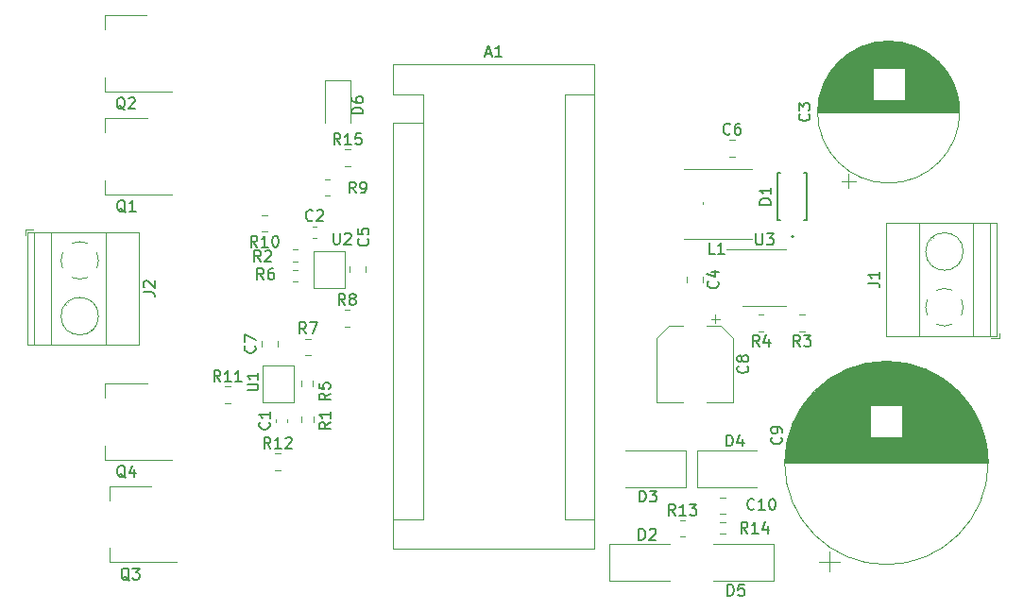
<source format=gto>
G04 #@! TF.GenerationSoftware,KiCad,Pcbnew,(6.0.1-0)*
G04 #@! TF.CreationDate,2022-07-03T22:05:18+06:00*
G04 #@! TF.ProjectId,Inverter 50W,496e7665-7274-4657-9220-3530572e6b69,rev?*
G04 #@! TF.SameCoordinates,Original*
G04 #@! TF.FileFunction,Legend,Top*
G04 #@! TF.FilePolarity,Positive*
%FSLAX46Y46*%
G04 Gerber Fmt 4.6, Leading zero omitted, Abs format (unit mm)*
G04 Created by KiCad (PCBNEW (6.0.1-0)) date 2022-07-03 22:05:18*
%MOMM*%
%LPD*%
G01*
G04 APERTURE LIST*
%ADD10C,0.150000*%
%ADD11C,0.120000*%
%ADD12C,0.127000*%
%ADD13C,0.200000*%
G04 APERTURE END LIST*
D10*
X112957142Y-110557142D02*
X112909523Y-110604761D01*
X112766666Y-110652380D01*
X112671428Y-110652380D01*
X112528571Y-110604761D01*
X112433333Y-110509523D01*
X112385714Y-110414285D01*
X112338095Y-110223809D01*
X112338095Y-110080952D01*
X112385714Y-109890476D01*
X112433333Y-109795238D01*
X112528571Y-109700000D01*
X112671428Y-109652380D01*
X112766666Y-109652380D01*
X112909523Y-109700000D01*
X112957142Y-109747619D01*
X113909523Y-110652380D02*
X113338095Y-110652380D01*
X113623809Y-110652380D02*
X113623809Y-109652380D01*
X113528571Y-109795238D01*
X113433333Y-109890476D01*
X113338095Y-109938095D01*
X114528571Y-109652380D02*
X114623809Y-109652380D01*
X114719047Y-109700000D01*
X114766666Y-109747619D01*
X114814285Y-109842857D01*
X114861904Y-110033333D01*
X114861904Y-110271428D01*
X114814285Y-110461904D01*
X114766666Y-110557142D01*
X114719047Y-110604761D01*
X114623809Y-110652380D01*
X114528571Y-110652380D01*
X114433333Y-110604761D01*
X114385714Y-110557142D01*
X114338095Y-110461904D01*
X114290476Y-110271428D01*
X114290476Y-110033333D01*
X114338095Y-109842857D01*
X114385714Y-109747619D01*
X114433333Y-109700000D01*
X114528571Y-109652380D01*
X56954761Y-116997619D02*
X56859523Y-116950000D01*
X56764285Y-116854761D01*
X56621428Y-116711904D01*
X56526190Y-116664285D01*
X56430952Y-116664285D01*
X56478571Y-116902380D02*
X56383333Y-116854761D01*
X56288095Y-116759523D01*
X56240476Y-116569047D01*
X56240476Y-116235714D01*
X56288095Y-116045238D01*
X56383333Y-115950000D01*
X56478571Y-115902380D01*
X56669047Y-115902380D01*
X56764285Y-115950000D01*
X56859523Y-116045238D01*
X56907142Y-116235714D01*
X56907142Y-116569047D01*
X56859523Y-116759523D01*
X56764285Y-116854761D01*
X56669047Y-116902380D01*
X56478571Y-116902380D01*
X57240476Y-115902380D02*
X57859523Y-115902380D01*
X57526190Y-116283333D01*
X57669047Y-116283333D01*
X57764285Y-116330952D01*
X57811904Y-116378571D01*
X57859523Y-116473809D01*
X57859523Y-116711904D01*
X57811904Y-116807142D01*
X57764285Y-116854761D01*
X57669047Y-116902380D01*
X57383333Y-116902380D01*
X57288095Y-116854761D01*
X57240476Y-116807142D01*
X113114136Y-85902380D02*
X113114136Y-86711904D01*
X113161755Y-86807142D01*
X113209374Y-86854761D01*
X113304612Y-86902380D01*
X113495088Y-86902380D01*
X113590326Y-86854761D01*
X113637945Y-86807142D01*
X113685564Y-86711904D01*
X113685564Y-85902380D01*
X114066517Y-85902380D02*
X114685564Y-85902380D01*
X114352231Y-86283333D01*
X114495088Y-86283333D01*
X114590326Y-86330952D01*
X114637945Y-86378571D01*
X114685564Y-86473809D01*
X114685564Y-86711904D01*
X114637945Y-86807142D01*
X114590326Y-86854761D01*
X114495088Y-86902380D01*
X114209374Y-86902380D01*
X114114136Y-86854761D01*
X114066517Y-86807142D01*
X68177142Y-95966666D02*
X68224761Y-96014285D01*
X68272380Y-96157142D01*
X68272380Y-96252380D01*
X68224761Y-96395238D01*
X68129523Y-96490476D01*
X68034285Y-96538095D01*
X67843809Y-96585714D01*
X67700952Y-96585714D01*
X67510476Y-96538095D01*
X67415238Y-96490476D01*
X67320000Y-96395238D01*
X67272380Y-96252380D01*
X67272380Y-96157142D01*
X67320000Y-96014285D01*
X67367619Y-95966666D01*
X67272380Y-95633333D02*
X67272380Y-94966666D01*
X68272380Y-95395238D01*
X73383333Y-84677142D02*
X73335714Y-84724761D01*
X73192857Y-84772380D01*
X73097619Y-84772380D01*
X72954761Y-84724761D01*
X72859523Y-84629523D01*
X72811904Y-84534285D01*
X72764285Y-84343809D01*
X72764285Y-84200952D01*
X72811904Y-84010476D01*
X72859523Y-83915238D01*
X72954761Y-83820000D01*
X73097619Y-83772380D01*
X73192857Y-83772380D01*
X73335714Y-83820000D01*
X73383333Y-83867619D01*
X73764285Y-83867619D02*
X73811904Y-83820000D01*
X73907142Y-83772380D01*
X74145238Y-83772380D01*
X74240476Y-83820000D01*
X74288095Y-83867619D01*
X74335714Y-83962857D01*
X74335714Y-84058095D01*
X74288095Y-84200952D01*
X73716666Y-84772380D01*
X74335714Y-84772380D01*
X74952380Y-102816666D02*
X74476190Y-103150000D01*
X74952380Y-103388095D02*
X73952380Y-103388095D01*
X73952380Y-103007142D01*
X74000000Y-102911904D01*
X74047619Y-102864285D01*
X74142857Y-102816666D01*
X74285714Y-102816666D01*
X74380952Y-102864285D01*
X74428571Y-102911904D01*
X74476190Y-103007142D01*
X74476190Y-103388095D01*
X74952380Y-101864285D02*
X74952380Y-102435714D01*
X74952380Y-102150000D02*
X73952380Y-102150000D01*
X74095238Y-102245238D01*
X74190476Y-102340476D01*
X74238095Y-102435714D01*
X77233333Y-82252380D02*
X76900000Y-81776190D01*
X76661904Y-82252380D02*
X76661904Y-81252380D01*
X77042857Y-81252380D01*
X77138095Y-81300000D01*
X77185714Y-81347619D01*
X77233333Y-81442857D01*
X77233333Y-81585714D01*
X77185714Y-81680952D01*
X77138095Y-81728571D01*
X77042857Y-81776190D01*
X76661904Y-81776190D01*
X77709523Y-82252380D02*
X77900000Y-82252380D01*
X77995238Y-82204761D01*
X78042857Y-82157142D01*
X78138095Y-82014285D01*
X78185714Y-81823809D01*
X78185714Y-81442857D01*
X78138095Y-81347619D01*
X78090476Y-81300000D01*
X77995238Y-81252380D01*
X77804761Y-81252380D01*
X77709523Y-81300000D01*
X77661904Y-81347619D01*
X77614285Y-81442857D01*
X77614285Y-81680952D01*
X77661904Y-81776190D01*
X77709523Y-81823809D01*
X77804761Y-81871428D01*
X77995238Y-81871428D01*
X78090476Y-81823809D01*
X78138095Y-81776190D01*
X78185714Y-81680952D01*
X75857142Y-77902380D02*
X75523809Y-77426190D01*
X75285714Y-77902380D02*
X75285714Y-76902380D01*
X75666666Y-76902380D01*
X75761904Y-76950000D01*
X75809523Y-76997619D01*
X75857142Y-77092857D01*
X75857142Y-77235714D01*
X75809523Y-77330952D01*
X75761904Y-77378571D01*
X75666666Y-77426190D01*
X75285714Y-77426190D01*
X76809523Y-77902380D02*
X76238095Y-77902380D01*
X76523809Y-77902380D02*
X76523809Y-76902380D01*
X76428571Y-77045238D01*
X76333333Y-77140476D01*
X76238095Y-77188095D01*
X77714285Y-76902380D02*
X77238095Y-76902380D01*
X77190476Y-77378571D01*
X77238095Y-77330952D01*
X77333333Y-77283333D01*
X77571428Y-77283333D01*
X77666666Y-77330952D01*
X77714285Y-77378571D01*
X77761904Y-77473809D01*
X77761904Y-77711904D01*
X77714285Y-77807142D01*
X77666666Y-77854761D01*
X77571428Y-77902380D01*
X77333333Y-77902380D01*
X77238095Y-77854761D01*
X77190476Y-77807142D01*
X69477142Y-102816666D02*
X69524761Y-102864285D01*
X69572380Y-103007142D01*
X69572380Y-103102380D01*
X69524761Y-103245238D01*
X69429523Y-103340476D01*
X69334285Y-103388095D01*
X69143809Y-103435714D01*
X69000952Y-103435714D01*
X68810476Y-103388095D01*
X68715238Y-103340476D01*
X68620000Y-103245238D01*
X68572380Y-103102380D01*
X68572380Y-103007142D01*
X68620000Y-102864285D01*
X68667619Y-102816666D01*
X69572380Y-101864285D02*
X69572380Y-102435714D01*
X69572380Y-102150000D02*
X68572380Y-102150000D01*
X68715238Y-102245238D01*
X68810476Y-102340476D01*
X68858095Y-102435714D01*
X123192380Y-90333333D02*
X123906666Y-90333333D01*
X124049523Y-90380952D01*
X124144761Y-90476190D01*
X124192380Y-90619047D01*
X124192380Y-90714285D01*
X124192380Y-89333333D02*
X124192380Y-89904761D01*
X124192380Y-89619047D02*
X123192380Y-89619047D01*
X123335238Y-89714285D01*
X123430476Y-89809523D01*
X123478095Y-89904761D01*
X68407142Y-87102380D02*
X68073809Y-86626190D01*
X67835714Y-87102380D02*
X67835714Y-86102380D01*
X68216666Y-86102380D01*
X68311904Y-86150000D01*
X68359523Y-86197619D01*
X68407142Y-86292857D01*
X68407142Y-86435714D01*
X68359523Y-86530952D01*
X68311904Y-86578571D01*
X68216666Y-86626190D01*
X67835714Y-86626190D01*
X69359523Y-87102380D02*
X68788095Y-87102380D01*
X69073809Y-87102380D02*
X69073809Y-86102380D01*
X68978571Y-86245238D01*
X68883333Y-86340476D01*
X68788095Y-86388095D01*
X69978571Y-86102380D02*
X70073809Y-86102380D01*
X70169047Y-86150000D01*
X70216666Y-86197619D01*
X70264285Y-86292857D01*
X70311904Y-86483333D01*
X70311904Y-86721428D01*
X70264285Y-86911904D01*
X70216666Y-87007142D01*
X70169047Y-87054761D01*
X70073809Y-87102380D01*
X69978571Y-87102380D01*
X69883333Y-87054761D01*
X69835714Y-87007142D01*
X69788095Y-86911904D01*
X69740476Y-86721428D01*
X69740476Y-86483333D01*
X69788095Y-86292857D01*
X69835714Y-86197619D01*
X69883333Y-86150000D01*
X69978571Y-86102380D01*
X112357142Y-112752380D02*
X112023809Y-112276190D01*
X111785714Y-112752380D02*
X111785714Y-111752380D01*
X112166666Y-111752380D01*
X112261904Y-111800000D01*
X112309523Y-111847619D01*
X112357142Y-111942857D01*
X112357142Y-112085714D01*
X112309523Y-112180952D01*
X112261904Y-112228571D01*
X112166666Y-112276190D01*
X111785714Y-112276190D01*
X113309523Y-112752380D02*
X112738095Y-112752380D01*
X113023809Y-112752380D02*
X113023809Y-111752380D01*
X112928571Y-111895238D01*
X112833333Y-111990476D01*
X112738095Y-112038095D01*
X114166666Y-112085714D02*
X114166666Y-112752380D01*
X113928571Y-111704761D02*
X113690476Y-112419047D01*
X114309523Y-112419047D01*
X58212380Y-91133333D02*
X58926666Y-91133333D01*
X59069523Y-91180952D01*
X59164761Y-91276190D01*
X59212380Y-91419047D01*
X59212380Y-91514285D01*
X58307619Y-90704761D02*
X58260000Y-90657142D01*
X58212380Y-90561904D01*
X58212380Y-90323809D01*
X58260000Y-90228571D01*
X58307619Y-90180952D01*
X58402857Y-90133333D01*
X58498095Y-90133333D01*
X58640952Y-90180952D01*
X59212380Y-90752380D01*
X59212380Y-90133333D01*
X56604761Y-107797619D02*
X56509523Y-107750000D01*
X56414285Y-107654761D01*
X56271428Y-107511904D01*
X56176190Y-107464285D01*
X56080952Y-107464285D01*
X56128571Y-107702380D02*
X56033333Y-107654761D01*
X55938095Y-107559523D01*
X55890476Y-107369047D01*
X55890476Y-107035714D01*
X55938095Y-106845238D01*
X56033333Y-106750000D01*
X56128571Y-106702380D01*
X56319047Y-106702380D01*
X56414285Y-106750000D01*
X56509523Y-106845238D01*
X56557142Y-107035714D01*
X56557142Y-107369047D01*
X56509523Y-107559523D01*
X56414285Y-107654761D01*
X56319047Y-107702380D01*
X56128571Y-107702380D01*
X57414285Y-107035714D02*
X57414285Y-107702380D01*
X57176190Y-106654761D02*
X56938095Y-107369047D01*
X57557142Y-107369047D01*
X114443421Y-83285595D02*
X113443421Y-83285595D01*
X113443421Y-83047500D01*
X113491041Y-82904642D01*
X113586279Y-82809404D01*
X113681517Y-82761785D01*
X113871993Y-82714166D01*
X114014850Y-82714166D01*
X114205326Y-82761785D01*
X114300564Y-82809404D01*
X114395802Y-82904642D01*
X114443421Y-83047500D01*
X114443421Y-83285595D01*
X114443421Y-81761785D02*
X114443421Y-82333214D01*
X114443421Y-82047500D02*
X113443421Y-82047500D01*
X113586279Y-82142738D01*
X113681517Y-82237976D01*
X113729136Y-82333214D01*
X68983333Y-90002380D02*
X68650000Y-89526190D01*
X68411904Y-90002380D02*
X68411904Y-89002380D01*
X68792857Y-89002380D01*
X68888095Y-89050000D01*
X68935714Y-89097619D01*
X68983333Y-89192857D01*
X68983333Y-89335714D01*
X68935714Y-89430952D01*
X68888095Y-89478571D01*
X68792857Y-89526190D01*
X68411904Y-89526190D01*
X69840476Y-89002380D02*
X69650000Y-89002380D01*
X69554761Y-89050000D01*
X69507142Y-89097619D01*
X69411904Y-89240476D01*
X69364285Y-89430952D01*
X69364285Y-89811904D01*
X69411904Y-89907142D01*
X69459523Y-89954761D01*
X69554761Y-90002380D01*
X69745238Y-90002380D01*
X69840476Y-89954761D01*
X69888095Y-89907142D01*
X69935714Y-89811904D01*
X69935714Y-89573809D01*
X69888095Y-89478571D01*
X69840476Y-89430952D01*
X69745238Y-89383333D01*
X69554761Y-89383333D01*
X69459523Y-89430952D01*
X69411904Y-89478571D01*
X69364285Y-89573809D01*
X75238095Y-85852380D02*
X75238095Y-86661904D01*
X75285714Y-86757142D01*
X75333333Y-86804761D01*
X75428571Y-86852380D01*
X75619047Y-86852380D01*
X75714285Y-86804761D01*
X75761904Y-86757142D01*
X75809523Y-86661904D01*
X75809523Y-85852380D01*
X76238095Y-85947619D02*
X76285714Y-85900000D01*
X76380952Y-85852380D01*
X76619047Y-85852380D01*
X76714285Y-85900000D01*
X76761904Y-85947619D01*
X76809523Y-86042857D01*
X76809523Y-86138095D01*
X76761904Y-86280952D01*
X76190476Y-86852380D01*
X76809523Y-86852380D01*
X110561904Y-118352380D02*
X110561904Y-117352380D01*
X110800000Y-117352380D01*
X110942857Y-117400000D01*
X111038095Y-117495238D01*
X111085714Y-117590476D01*
X111133333Y-117780952D01*
X111133333Y-117923809D01*
X111085714Y-118114285D01*
X111038095Y-118209523D01*
X110942857Y-118304761D01*
X110800000Y-118352380D01*
X110561904Y-118352380D01*
X112038095Y-117352380D02*
X111561904Y-117352380D01*
X111514285Y-117828571D01*
X111561904Y-117780952D01*
X111657142Y-117733333D01*
X111895238Y-117733333D01*
X111990476Y-117780952D01*
X112038095Y-117828571D01*
X112085714Y-117923809D01*
X112085714Y-118161904D01*
X112038095Y-118257142D01*
X111990476Y-118304761D01*
X111895238Y-118352380D01*
X111657142Y-118352380D01*
X111561904Y-118304761D01*
X111514285Y-118257142D01*
X68733333Y-88402380D02*
X68400000Y-87926190D01*
X68161904Y-88402380D02*
X68161904Y-87402380D01*
X68542857Y-87402380D01*
X68638095Y-87450000D01*
X68685714Y-87497619D01*
X68733333Y-87592857D01*
X68733333Y-87735714D01*
X68685714Y-87830952D01*
X68638095Y-87878571D01*
X68542857Y-87926190D01*
X68161904Y-87926190D01*
X69114285Y-87497619D02*
X69161904Y-87450000D01*
X69257142Y-87402380D01*
X69495238Y-87402380D01*
X69590476Y-87450000D01*
X69638095Y-87497619D01*
X69685714Y-87592857D01*
X69685714Y-87688095D01*
X69638095Y-87830952D01*
X69066666Y-88402380D01*
X69685714Y-88402380D01*
X102661904Y-109952380D02*
X102661904Y-108952380D01*
X102900000Y-108952380D01*
X103042857Y-109000000D01*
X103138095Y-109095238D01*
X103185714Y-109190476D01*
X103233333Y-109380952D01*
X103233333Y-109523809D01*
X103185714Y-109714285D01*
X103138095Y-109809523D01*
X103042857Y-109904761D01*
X102900000Y-109952380D01*
X102661904Y-109952380D01*
X103566666Y-108952380D02*
X104185714Y-108952380D01*
X103852380Y-109333333D01*
X103995238Y-109333333D01*
X104090476Y-109380952D01*
X104138095Y-109428571D01*
X104185714Y-109523809D01*
X104185714Y-109761904D01*
X104138095Y-109857142D01*
X104090476Y-109904761D01*
X103995238Y-109952380D01*
X103709523Y-109952380D01*
X103614285Y-109904761D01*
X103566666Y-109857142D01*
X56604761Y-83997619D02*
X56509523Y-83950000D01*
X56414285Y-83854761D01*
X56271428Y-83711904D01*
X56176190Y-83664285D01*
X56080952Y-83664285D01*
X56128571Y-83902380D02*
X56033333Y-83854761D01*
X55938095Y-83759523D01*
X55890476Y-83569047D01*
X55890476Y-83235714D01*
X55938095Y-83045238D01*
X56033333Y-82950000D01*
X56128571Y-82902380D01*
X56319047Y-82902380D01*
X56414285Y-82950000D01*
X56509523Y-83045238D01*
X56557142Y-83235714D01*
X56557142Y-83569047D01*
X56509523Y-83759523D01*
X56414285Y-83854761D01*
X56319047Y-83902380D01*
X56128571Y-83902380D01*
X57509523Y-83902380D02*
X56938095Y-83902380D01*
X57223809Y-83902380D02*
X57223809Y-82902380D01*
X57128571Y-83045238D01*
X57033333Y-83140476D01*
X56938095Y-83188095D01*
X56554761Y-74797619D02*
X56459523Y-74750000D01*
X56364285Y-74654761D01*
X56221428Y-74511904D01*
X56126190Y-74464285D01*
X56030952Y-74464285D01*
X56078571Y-74702380D02*
X55983333Y-74654761D01*
X55888095Y-74559523D01*
X55840476Y-74369047D01*
X55840476Y-74035714D01*
X55888095Y-73845238D01*
X55983333Y-73750000D01*
X56078571Y-73702380D01*
X56269047Y-73702380D01*
X56364285Y-73750000D01*
X56459523Y-73845238D01*
X56507142Y-74035714D01*
X56507142Y-74369047D01*
X56459523Y-74559523D01*
X56364285Y-74654761D01*
X56269047Y-74702380D01*
X56078571Y-74702380D01*
X56888095Y-73797619D02*
X56935714Y-73750000D01*
X57030952Y-73702380D01*
X57269047Y-73702380D01*
X57364285Y-73750000D01*
X57411904Y-73797619D01*
X57459523Y-73892857D01*
X57459523Y-73988095D01*
X57411904Y-74130952D01*
X56840476Y-74702380D01*
X57459523Y-74702380D01*
X117857142Y-75166666D02*
X117904761Y-75214285D01*
X117952380Y-75357142D01*
X117952380Y-75452380D01*
X117904761Y-75595238D01*
X117809523Y-75690476D01*
X117714285Y-75738095D01*
X117523809Y-75785714D01*
X117380952Y-75785714D01*
X117190476Y-75738095D01*
X117095238Y-75690476D01*
X117000000Y-75595238D01*
X116952380Y-75452380D01*
X116952380Y-75357142D01*
X117000000Y-75214285D01*
X117047619Y-75166666D01*
X116952380Y-74833333D02*
X116952380Y-74214285D01*
X117333333Y-74547619D01*
X117333333Y-74404761D01*
X117380952Y-74309523D01*
X117428571Y-74261904D01*
X117523809Y-74214285D01*
X117761904Y-74214285D01*
X117857142Y-74261904D01*
X117904761Y-74309523D01*
X117952380Y-74404761D01*
X117952380Y-74690476D01*
X117904761Y-74785714D01*
X117857142Y-74833333D01*
X72783333Y-94852380D02*
X72450000Y-94376190D01*
X72211904Y-94852380D02*
X72211904Y-93852380D01*
X72592857Y-93852380D01*
X72688095Y-93900000D01*
X72735714Y-93947619D01*
X72783333Y-94042857D01*
X72783333Y-94185714D01*
X72735714Y-94280952D01*
X72688095Y-94328571D01*
X72592857Y-94376190D01*
X72211904Y-94376190D01*
X73116666Y-93852380D02*
X73783333Y-93852380D01*
X73354761Y-94852380D01*
X105882142Y-111152380D02*
X105548809Y-110676190D01*
X105310714Y-111152380D02*
X105310714Y-110152380D01*
X105691666Y-110152380D01*
X105786904Y-110200000D01*
X105834523Y-110247619D01*
X105882142Y-110342857D01*
X105882142Y-110485714D01*
X105834523Y-110580952D01*
X105786904Y-110628571D01*
X105691666Y-110676190D01*
X105310714Y-110676190D01*
X106834523Y-111152380D02*
X106263095Y-111152380D01*
X106548809Y-111152380D02*
X106548809Y-110152380D01*
X106453571Y-110295238D01*
X106358333Y-110390476D01*
X106263095Y-110438095D01*
X107167857Y-110152380D02*
X107786904Y-110152380D01*
X107453571Y-110533333D01*
X107596428Y-110533333D01*
X107691666Y-110580952D01*
X107739285Y-110628571D01*
X107786904Y-110723809D01*
X107786904Y-110961904D01*
X107739285Y-111057142D01*
X107691666Y-111104761D01*
X107596428Y-111152380D01*
X107310714Y-111152380D01*
X107215476Y-111104761D01*
X107167857Y-111057142D01*
X109409374Y-87702380D02*
X108933183Y-87702380D01*
X108933183Y-86702380D01*
X110266517Y-87702380D02*
X109695088Y-87702380D01*
X109980802Y-87702380D02*
X109980802Y-86702380D01*
X109885564Y-86845238D01*
X109790326Y-86940476D01*
X109695088Y-86988095D01*
X115357142Y-104166666D02*
X115404761Y-104214285D01*
X115452380Y-104357142D01*
X115452380Y-104452380D01*
X115404761Y-104595238D01*
X115309523Y-104690476D01*
X115214285Y-104738095D01*
X115023809Y-104785714D01*
X114880952Y-104785714D01*
X114690476Y-104738095D01*
X114595238Y-104690476D01*
X114500000Y-104595238D01*
X114452380Y-104452380D01*
X114452380Y-104357142D01*
X114500000Y-104214285D01*
X114547619Y-104166666D01*
X115452380Y-103690476D02*
X115452380Y-103500000D01*
X115404761Y-103404761D01*
X115357142Y-103357142D01*
X115214285Y-103261904D01*
X115023809Y-103214285D01*
X114642857Y-103214285D01*
X114547619Y-103261904D01*
X114500000Y-103309523D01*
X114452380Y-103404761D01*
X114452380Y-103595238D01*
X114500000Y-103690476D01*
X114547619Y-103738095D01*
X114642857Y-103785714D01*
X114880952Y-103785714D01*
X114976190Y-103738095D01*
X115023809Y-103690476D01*
X115071428Y-103595238D01*
X115071428Y-103404761D01*
X115023809Y-103309523D01*
X114976190Y-103261904D01*
X114880952Y-103214285D01*
X76283333Y-92302380D02*
X75950000Y-91826190D01*
X75711904Y-92302380D02*
X75711904Y-91302380D01*
X76092857Y-91302380D01*
X76188095Y-91350000D01*
X76235714Y-91397619D01*
X76283333Y-91492857D01*
X76283333Y-91635714D01*
X76235714Y-91730952D01*
X76188095Y-91778571D01*
X76092857Y-91826190D01*
X75711904Y-91826190D01*
X76854761Y-91730952D02*
X76759523Y-91683333D01*
X76711904Y-91635714D01*
X76664285Y-91540476D01*
X76664285Y-91492857D01*
X76711904Y-91397619D01*
X76759523Y-91350000D01*
X76854761Y-91302380D01*
X77045238Y-91302380D01*
X77140476Y-91350000D01*
X77188095Y-91397619D01*
X77235714Y-91492857D01*
X77235714Y-91540476D01*
X77188095Y-91635714D01*
X77140476Y-91683333D01*
X77045238Y-91730952D01*
X76854761Y-91730952D01*
X76759523Y-91778571D01*
X76711904Y-91826190D01*
X76664285Y-91921428D01*
X76664285Y-92111904D01*
X76711904Y-92207142D01*
X76759523Y-92254761D01*
X76854761Y-92302380D01*
X77045238Y-92302380D01*
X77140476Y-92254761D01*
X77188095Y-92207142D01*
X77235714Y-92111904D01*
X77235714Y-91921428D01*
X77188095Y-91826190D01*
X77140476Y-91778571D01*
X77045238Y-91730952D01*
X112333183Y-97766666D02*
X112380802Y-97814285D01*
X112428421Y-97957142D01*
X112428421Y-98052380D01*
X112380802Y-98195238D01*
X112285564Y-98290476D01*
X112190326Y-98338095D01*
X111999850Y-98385714D01*
X111856993Y-98385714D01*
X111666517Y-98338095D01*
X111571279Y-98290476D01*
X111476041Y-98195238D01*
X111428421Y-98052380D01*
X111428421Y-97957142D01*
X111476041Y-97814285D01*
X111523660Y-97766666D01*
X111856993Y-97195238D02*
X111809374Y-97290476D01*
X111761755Y-97338095D01*
X111666517Y-97385714D01*
X111618898Y-97385714D01*
X111523660Y-97338095D01*
X111476041Y-97290476D01*
X111428421Y-97195238D01*
X111428421Y-97004761D01*
X111476041Y-96909523D01*
X111523660Y-96861904D01*
X111618898Y-96814285D01*
X111666517Y-96814285D01*
X111761755Y-96861904D01*
X111809374Y-96909523D01*
X111856993Y-97004761D01*
X111856993Y-97195238D01*
X111904612Y-97290476D01*
X111952231Y-97338095D01*
X112047469Y-97385714D01*
X112237945Y-97385714D01*
X112333183Y-97338095D01*
X112380802Y-97290476D01*
X112428421Y-97195238D01*
X112428421Y-97004761D01*
X112380802Y-96909523D01*
X112333183Y-96861904D01*
X112237945Y-96814285D01*
X112047469Y-96814285D01*
X111952231Y-96861904D01*
X111904612Y-96909523D01*
X111856993Y-97004761D01*
X110803333Y-76927142D02*
X110755714Y-76974761D01*
X110612857Y-77022380D01*
X110517619Y-77022380D01*
X110374761Y-76974761D01*
X110279523Y-76879523D01*
X110231904Y-76784285D01*
X110184285Y-76593809D01*
X110184285Y-76450952D01*
X110231904Y-76260476D01*
X110279523Y-76165238D01*
X110374761Y-76070000D01*
X110517619Y-76022380D01*
X110612857Y-76022380D01*
X110755714Y-76070000D01*
X110803333Y-76117619D01*
X111660476Y-76022380D02*
X111470000Y-76022380D01*
X111374761Y-76070000D01*
X111327142Y-76117619D01*
X111231904Y-76260476D01*
X111184285Y-76450952D01*
X111184285Y-76831904D01*
X111231904Y-76927142D01*
X111279523Y-76974761D01*
X111374761Y-77022380D01*
X111565238Y-77022380D01*
X111660476Y-76974761D01*
X111708095Y-76927142D01*
X111755714Y-76831904D01*
X111755714Y-76593809D01*
X111708095Y-76498571D01*
X111660476Y-76450952D01*
X111565238Y-76403333D01*
X111374761Y-76403333D01*
X111279523Y-76450952D01*
X111231904Y-76498571D01*
X111184285Y-76593809D01*
X74952380Y-100216666D02*
X74476190Y-100550000D01*
X74952380Y-100788095D02*
X73952380Y-100788095D01*
X73952380Y-100407142D01*
X74000000Y-100311904D01*
X74047619Y-100264285D01*
X74142857Y-100216666D01*
X74285714Y-100216666D01*
X74380952Y-100264285D01*
X74428571Y-100311904D01*
X74476190Y-100407142D01*
X74476190Y-100788095D01*
X73952380Y-99311904D02*
X73952380Y-99788095D01*
X74428571Y-99835714D01*
X74380952Y-99788095D01*
X74333333Y-99692857D01*
X74333333Y-99454761D01*
X74380952Y-99359523D01*
X74428571Y-99311904D01*
X74523809Y-99264285D01*
X74761904Y-99264285D01*
X74857142Y-99311904D01*
X74904761Y-99359523D01*
X74952380Y-99454761D01*
X74952380Y-99692857D01*
X74904761Y-99788095D01*
X74857142Y-99835714D01*
X88895714Y-69736666D02*
X89371904Y-69736666D01*
X88800476Y-70022380D02*
X89133809Y-69022380D01*
X89467142Y-70022380D01*
X90324285Y-70022380D02*
X89752857Y-70022380D01*
X90038571Y-70022380D02*
X90038571Y-69022380D01*
X89943333Y-69165238D01*
X89848095Y-69260476D01*
X89752857Y-69308095D01*
X77872380Y-75138095D02*
X76872380Y-75138095D01*
X76872380Y-74900000D01*
X76920000Y-74757142D01*
X77015238Y-74661904D01*
X77110476Y-74614285D01*
X77300952Y-74566666D01*
X77443809Y-74566666D01*
X77634285Y-74614285D01*
X77729523Y-74661904D01*
X77824761Y-74757142D01*
X77872380Y-74900000D01*
X77872380Y-75138095D01*
X76872380Y-73709523D02*
X76872380Y-73900000D01*
X76920000Y-73995238D01*
X76967619Y-74042857D01*
X77110476Y-74138095D01*
X77300952Y-74185714D01*
X77681904Y-74185714D01*
X77777142Y-74138095D01*
X77824761Y-74090476D01*
X77872380Y-73995238D01*
X77872380Y-73804761D01*
X77824761Y-73709523D01*
X77777142Y-73661904D01*
X77681904Y-73614285D01*
X77443809Y-73614285D01*
X77348571Y-73661904D01*
X77300952Y-73709523D01*
X77253333Y-73804761D01*
X77253333Y-73995238D01*
X77300952Y-74090476D01*
X77348571Y-74138095D01*
X77443809Y-74185714D01*
X102619404Y-113352380D02*
X102619404Y-112352380D01*
X102857500Y-112352380D01*
X103000357Y-112400000D01*
X103095595Y-112495238D01*
X103143214Y-112590476D01*
X103190833Y-112780952D01*
X103190833Y-112923809D01*
X103143214Y-113114285D01*
X103095595Y-113209523D01*
X103000357Y-113304761D01*
X102857500Y-113352380D01*
X102619404Y-113352380D01*
X103571785Y-112447619D02*
X103619404Y-112400000D01*
X103714642Y-112352380D01*
X103952738Y-112352380D01*
X104047976Y-112400000D01*
X104095595Y-112447619D01*
X104143214Y-112542857D01*
X104143214Y-112638095D01*
X104095595Y-112780952D01*
X103524166Y-113352380D01*
X104143214Y-113352380D01*
X117059374Y-96002380D02*
X116726041Y-95526190D01*
X116487945Y-96002380D02*
X116487945Y-95002380D01*
X116868898Y-95002380D01*
X116964136Y-95050000D01*
X117011755Y-95097619D01*
X117059374Y-95192857D01*
X117059374Y-95335714D01*
X117011755Y-95430952D01*
X116964136Y-95478571D01*
X116868898Y-95526190D01*
X116487945Y-95526190D01*
X117392707Y-95002380D02*
X118011755Y-95002380D01*
X117678421Y-95383333D01*
X117821279Y-95383333D01*
X117916517Y-95430952D01*
X117964136Y-95478571D01*
X118011755Y-95573809D01*
X118011755Y-95811904D01*
X117964136Y-95907142D01*
X117916517Y-95954761D01*
X117821279Y-96002380D01*
X117535564Y-96002380D01*
X117440326Y-95954761D01*
X117392707Y-95907142D01*
X65107142Y-99152380D02*
X64773809Y-98676190D01*
X64535714Y-99152380D02*
X64535714Y-98152380D01*
X64916666Y-98152380D01*
X65011904Y-98200000D01*
X65059523Y-98247619D01*
X65107142Y-98342857D01*
X65107142Y-98485714D01*
X65059523Y-98580952D01*
X65011904Y-98628571D01*
X64916666Y-98676190D01*
X64535714Y-98676190D01*
X66059523Y-99152380D02*
X65488095Y-99152380D01*
X65773809Y-99152380D02*
X65773809Y-98152380D01*
X65678571Y-98295238D01*
X65583333Y-98390476D01*
X65488095Y-98438095D01*
X67011904Y-99152380D02*
X66440476Y-99152380D01*
X66726190Y-99152380D02*
X66726190Y-98152380D01*
X66630952Y-98295238D01*
X66535714Y-98390476D01*
X66440476Y-98438095D01*
X69607142Y-105152380D02*
X69273809Y-104676190D01*
X69035714Y-105152380D02*
X69035714Y-104152380D01*
X69416666Y-104152380D01*
X69511904Y-104200000D01*
X69559523Y-104247619D01*
X69607142Y-104342857D01*
X69607142Y-104485714D01*
X69559523Y-104580952D01*
X69511904Y-104628571D01*
X69416666Y-104676190D01*
X69035714Y-104676190D01*
X70559523Y-105152380D02*
X69988095Y-105152380D01*
X70273809Y-105152380D02*
X70273809Y-104152380D01*
X70178571Y-104295238D01*
X70083333Y-104390476D01*
X69988095Y-104438095D01*
X70940476Y-104247619D02*
X70988095Y-104200000D01*
X71083333Y-104152380D01*
X71321428Y-104152380D01*
X71416666Y-104200000D01*
X71464285Y-104247619D01*
X71511904Y-104342857D01*
X71511904Y-104438095D01*
X71464285Y-104580952D01*
X70892857Y-105152380D01*
X71511904Y-105152380D01*
X113409374Y-96002380D02*
X113076041Y-95526190D01*
X112837945Y-96002380D02*
X112837945Y-95002380D01*
X113218898Y-95002380D01*
X113314136Y-95050000D01*
X113361755Y-95097619D01*
X113409374Y-95192857D01*
X113409374Y-95335714D01*
X113361755Y-95430952D01*
X113314136Y-95478571D01*
X113218898Y-95526190D01*
X112837945Y-95526190D01*
X114266517Y-95335714D02*
X114266517Y-96002380D01*
X114028421Y-94954761D02*
X113790326Y-95669047D01*
X114409374Y-95669047D01*
X67502380Y-99961904D02*
X68311904Y-99961904D01*
X68407142Y-99914285D01*
X68454761Y-99866666D01*
X68502380Y-99771428D01*
X68502380Y-99580952D01*
X68454761Y-99485714D01*
X68407142Y-99438095D01*
X68311904Y-99390476D01*
X67502380Y-99390476D01*
X68502380Y-98390476D02*
X68502380Y-98961904D01*
X68502380Y-98676190D02*
X67502380Y-98676190D01*
X67645238Y-98771428D01*
X67740476Y-98866666D01*
X67788095Y-98961904D01*
X78307142Y-86366666D02*
X78354761Y-86414285D01*
X78402380Y-86557142D01*
X78402380Y-86652380D01*
X78354761Y-86795238D01*
X78259523Y-86890476D01*
X78164285Y-86938095D01*
X77973809Y-86985714D01*
X77830952Y-86985714D01*
X77640476Y-86938095D01*
X77545238Y-86890476D01*
X77450000Y-86795238D01*
X77402380Y-86652380D01*
X77402380Y-86557142D01*
X77450000Y-86414285D01*
X77497619Y-86366666D01*
X77402380Y-85461904D02*
X77402380Y-85938095D01*
X77878571Y-85985714D01*
X77830952Y-85938095D01*
X77783333Y-85842857D01*
X77783333Y-85604761D01*
X77830952Y-85509523D01*
X77878571Y-85461904D01*
X77973809Y-85414285D01*
X78211904Y-85414285D01*
X78307142Y-85461904D01*
X78354761Y-85509523D01*
X78402380Y-85604761D01*
X78402380Y-85842857D01*
X78354761Y-85938095D01*
X78307142Y-85985714D01*
X109663183Y-90166666D02*
X109710802Y-90214285D01*
X109758421Y-90357142D01*
X109758421Y-90452380D01*
X109710802Y-90595238D01*
X109615564Y-90690476D01*
X109520326Y-90738095D01*
X109329850Y-90785714D01*
X109186993Y-90785714D01*
X108996517Y-90738095D01*
X108901279Y-90690476D01*
X108806041Y-90595238D01*
X108758421Y-90452380D01*
X108758421Y-90357142D01*
X108806041Y-90214285D01*
X108853660Y-90166666D01*
X109091755Y-89309523D02*
X109758421Y-89309523D01*
X108710802Y-89547619D02*
X109425088Y-89785714D01*
X109425088Y-89166666D01*
X110461904Y-104952380D02*
X110461904Y-103952380D01*
X110700000Y-103952380D01*
X110842857Y-104000000D01*
X110938095Y-104095238D01*
X110985714Y-104190476D01*
X111033333Y-104380952D01*
X111033333Y-104523809D01*
X110985714Y-104714285D01*
X110938095Y-104809523D01*
X110842857Y-104904761D01*
X110700000Y-104952380D01*
X110461904Y-104952380D01*
X111890476Y-104285714D02*
X111890476Y-104952380D01*
X111652380Y-103904761D02*
X111414285Y-104619047D01*
X112033333Y-104619047D01*
D11*
X109838748Y-111035000D02*
X110361252Y-111035000D01*
X109838748Y-109565000D02*
X110361252Y-109565000D01*
X55140000Y-108540000D02*
X55140000Y-109800000D01*
X55140000Y-115360000D02*
X55140000Y-114100000D01*
X58900000Y-108540000D02*
X55140000Y-108540000D01*
X61150000Y-115360000D02*
X55140000Y-115360000D01*
X113876041Y-92410000D02*
X111926041Y-92410000D01*
X113876041Y-87290000D02*
X115826041Y-87290000D01*
X113876041Y-87290000D02*
X110426041Y-87290000D01*
X113876041Y-92410000D02*
X115826041Y-92410000D01*
X70235000Y-96061252D02*
X70235000Y-95538748D01*
X68765000Y-96061252D02*
X68765000Y-95538748D01*
X73409420Y-85240000D02*
X73690580Y-85240000D01*
X73409420Y-86260000D02*
X73690580Y-86260000D01*
X72377500Y-102787258D02*
X72377500Y-102312742D01*
X73422500Y-102787258D02*
X73422500Y-102312742D01*
X74927064Y-82485000D02*
X74472936Y-82485000D01*
X74927064Y-81015000D02*
X74472936Y-81015000D01*
X76272936Y-78365000D02*
X76727064Y-78365000D01*
X76272936Y-79835000D02*
X76727064Y-79835000D01*
X71060000Y-102790580D02*
X71060000Y-102509420D01*
X70040000Y-102790580D02*
X70040000Y-102509420D01*
X124739000Y-95060000D02*
X124739000Y-84940000D01*
X134160000Y-95300000D02*
X134900000Y-95300000D01*
X134100000Y-95060000D02*
X134100000Y-84940000D01*
X124739000Y-95060000D02*
X134660000Y-95060000D01*
X132600000Y-95060000D02*
X132600000Y-84940000D01*
X127699000Y-95060000D02*
X127699000Y-84940000D01*
X131239000Y-88534000D02*
X131274000Y-88569000D01*
X134900000Y-95300000D02*
X134900000Y-94800000D01*
X128725000Y-86430000D02*
X128761000Y-86465000D01*
X128931000Y-86225000D02*
X128977000Y-86272000D01*
X131023000Y-88727000D02*
X131069000Y-88774000D01*
X124739000Y-84940000D02*
X134660000Y-84940000D01*
X134660000Y-95060000D02*
X134660000Y-84940000D01*
X131680000Y-92500000D02*
G75*
G03*
X131534756Y-91816682I-1679992J1D01*
G01*
X128465000Y-91816000D02*
G75*
G03*
X128464573Y-93183042I1534993J-684001D01*
G01*
X129316000Y-94035000D02*
G75*
G03*
X130683042Y-94035427I684001J1534993D01*
G01*
X131535000Y-93184000D02*
G75*
G03*
X131680253Y-92471195I-1535001J683999D01*
G01*
X130684000Y-90965000D02*
G75*
G03*
X129316958Y-90964573I-684001J-1534993D01*
G01*
X131680000Y-87500000D02*
G75*
G03*
X131680000Y-87500000I-1680000J0D01*
G01*
X69277064Y-84265000D02*
X68822936Y-84265000D01*
X69277064Y-85735000D02*
X68822936Y-85735000D01*
X109862742Y-112822500D02*
X110337258Y-112822500D01*
X109862742Y-111777500D02*
X110337258Y-111777500D01*
X49900000Y-85740000D02*
X49900000Y-95860000D01*
X51477000Y-92073000D02*
X51431000Y-92026000D01*
X57761000Y-95860000D02*
X47840000Y-95860000D01*
X54801000Y-85740000D02*
X54801000Y-95860000D01*
X53569000Y-94575000D02*
X53523000Y-94528000D01*
X57761000Y-85740000D02*
X57761000Y-95860000D01*
X57761000Y-85740000D02*
X47840000Y-85740000D01*
X47600000Y-85500000D02*
X47600000Y-86000000D01*
X48400000Y-85740000D02*
X48400000Y-95860000D01*
X51261000Y-92266000D02*
X51226000Y-92231000D01*
X48340000Y-85500000D02*
X47600000Y-85500000D01*
X47840000Y-85740000D02*
X47840000Y-95860000D01*
X53775000Y-94370000D02*
X53739000Y-94335000D01*
X50965000Y-87616000D02*
G75*
G03*
X50819747Y-88328805I1535001J-683999D01*
G01*
X54035000Y-88984000D02*
G75*
G03*
X54035427Y-87616958I-1534993J684001D01*
G01*
X53184000Y-86765000D02*
G75*
G03*
X51816958Y-86764573I-684001J-1534993D01*
G01*
X50820000Y-88300000D02*
G75*
G03*
X50965244Y-88983318I1679992J-1D01*
G01*
X51816000Y-89835000D02*
G75*
G03*
X53183042Y-89835427I684001J1534993D01*
G01*
X54180000Y-93300000D02*
G75*
G03*
X54180000Y-93300000I-1680000J0D01*
G01*
X54790000Y-99340000D02*
X54790000Y-100600000D01*
X60800000Y-106160000D02*
X54790000Y-106160000D01*
X58550000Y-99340000D02*
X54790000Y-99340000D01*
X54790000Y-106160000D02*
X54790000Y-104900000D01*
D12*
X117676041Y-80462500D02*
X117676041Y-84712500D01*
X117676041Y-84712500D02*
X117436041Y-84712500D01*
X115316041Y-84712500D02*
X115076041Y-84712500D01*
X115076041Y-80462500D02*
X115316041Y-80462500D01*
X115076041Y-84712500D02*
X115076041Y-80462500D01*
X117676041Y-80462500D02*
X117436041Y-80462500D01*
D13*
X116476041Y-86172500D02*
G75*
G03*
X116476041Y-86172500I-100000J0D01*
G01*
D11*
X72037258Y-90172500D02*
X71562742Y-90172500D01*
X72037258Y-89127500D02*
X71562742Y-89127500D01*
X76250000Y-90800000D02*
X73450000Y-90800000D01*
X73450000Y-90800000D02*
X73450000Y-87500000D01*
X76250000Y-87500000D02*
X76250000Y-90800000D01*
X73450000Y-87500000D02*
X76250000Y-87500000D01*
X114700000Y-117050000D02*
X114700000Y-113750000D01*
X114700000Y-113750000D02*
X109300000Y-113750000D01*
X114700000Y-117050000D02*
X109300000Y-117050000D01*
X72037258Y-88372500D02*
X71562742Y-88372500D01*
X72037258Y-87327500D02*
X71562742Y-87327500D01*
X106800000Y-105350000D02*
X101400000Y-105350000D01*
X106800000Y-108650000D02*
X106800000Y-105350000D01*
X106800000Y-108650000D02*
X101400000Y-108650000D01*
X60800000Y-82360000D02*
X54790000Y-82360000D01*
X58550000Y-75540000D02*
X54790000Y-75540000D01*
X54790000Y-75540000D02*
X54790000Y-76800000D01*
X54790000Y-82360000D02*
X54790000Y-81100000D01*
X54740000Y-66340000D02*
X54740000Y-67600000D01*
X60750000Y-73160000D02*
X54740000Y-73160000D01*
X54740000Y-73160000D02*
X54740000Y-71900000D01*
X58500000Y-66340000D02*
X54740000Y-66340000D01*
X126440000Y-72599000D02*
X130861000Y-72599000D01*
X121931000Y-69439000D02*
X128069000Y-69439000D01*
X126440000Y-72359000D02*
X130758000Y-72359000D01*
X118791000Y-73759000D02*
X123560000Y-73759000D01*
X126440000Y-71359000D02*
X130188000Y-71359000D01*
X126440000Y-71279000D02*
X130131000Y-71279000D01*
X118854000Y-73479000D02*
X123560000Y-73479000D01*
X122236000Y-69279000D02*
X127764000Y-69279000D01*
X126440000Y-73559000D02*
X131166000Y-73559000D01*
X119757000Y-71439000D02*
X123560000Y-71439000D01*
X126440000Y-73399000D02*
X131126000Y-73399000D01*
X119261000Y-72319000D02*
X123560000Y-72319000D01*
X126440000Y-72799000D02*
X130939000Y-72799000D01*
X118776000Y-73839000D02*
X123560000Y-73839000D01*
X126440000Y-73759000D02*
X131209000Y-73759000D01*
X118720000Y-74199000D02*
X131280000Y-74199000D01*
X119784000Y-71399000D02*
X123560000Y-71399000D01*
X124243000Y-68679000D02*
X125757000Y-68679000D01*
X123972000Y-68719000D02*
X126028000Y-68719000D01*
X118769000Y-73879000D02*
X123560000Y-73879000D01*
X119927000Y-71199000D02*
X123560000Y-71199000D01*
X118671000Y-74880000D02*
X131329000Y-74880000D01*
X118731000Y-74119000D02*
X131269000Y-74119000D01*
X118670000Y-74960000D02*
X131330000Y-74960000D01*
X120511000Y-70519000D02*
X129489000Y-70519000D01*
X119628000Y-71639000D02*
X123560000Y-71639000D01*
X118966000Y-73079000D02*
X123560000Y-73079000D01*
X121425000Y-81817082D02*
X121425000Y-80567082D01*
X119464000Y-71919000D02*
X123560000Y-71919000D01*
X118884000Y-73359000D02*
X123560000Y-73359000D01*
X126440000Y-71999000D02*
X130580000Y-71999000D01*
X122079000Y-69359000D02*
X127921000Y-69359000D01*
X118895000Y-73319000D02*
X123560000Y-73319000D01*
X119399000Y-72039000D02*
X123560000Y-72039000D01*
X120852000Y-70199000D02*
X129148000Y-70199000D01*
X120395000Y-70639000D02*
X129605000Y-70639000D01*
X120592000Y-70439000D02*
X129408000Y-70439000D01*
X126440000Y-71559000D02*
X130322000Y-71559000D01*
X126440000Y-72719000D02*
X130908000Y-72719000D01*
X126440000Y-72759000D02*
X130924000Y-72759000D01*
X126440000Y-71399000D02*
X130216000Y-71399000D01*
X119061000Y-72799000D02*
X123560000Y-72799000D01*
X126440000Y-71599000D02*
X130347000Y-71599000D01*
X126440000Y-71199000D02*
X130073000Y-71199000D01*
X126440000Y-71959000D02*
X130558000Y-71959000D01*
X119898000Y-71239000D02*
X123560000Y-71239000D01*
X120633000Y-70399000D02*
X129367000Y-70399000D01*
X126440000Y-73879000D02*
X131231000Y-73879000D01*
X126440000Y-71319000D02*
X130160000Y-71319000D01*
X119988000Y-71119000D02*
X123560000Y-71119000D01*
X126440000Y-72239000D02*
X130702000Y-72239000D01*
X118992000Y-72999000D02*
X123560000Y-72999000D01*
X126440000Y-73519000D02*
X131156000Y-73519000D01*
X118906000Y-73279000D02*
X123560000Y-73279000D01*
X126440000Y-73279000D02*
X131094000Y-73279000D01*
X126440000Y-72039000D02*
X130601000Y-72039000D01*
X119957000Y-71159000D02*
X123560000Y-71159000D01*
X119318000Y-72199000D02*
X123560000Y-72199000D01*
X118710000Y-74279000D02*
X131290000Y-74279000D01*
X122496000Y-69159000D02*
X127504000Y-69159000D01*
X126440000Y-73439000D02*
X131137000Y-73439000D01*
X126440000Y-73599000D02*
X131175000Y-73599000D01*
X118688000Y-74520000D02*
X131312000Y-74520000D01*
X126440000Y-72519000D02*
X130828000Y-72519000D01*
X126440000Y-72919000D02*
X130981000Y-72919000D01*
X122688000Y-69079000D02*
X127312000Y-69079000D01*
X118844000Y-73519000D02*
X123560000Y-73519000D01*
X118702000Y-74360000D02*
X131298000Y-74360000D01*
X126440000Y-71919000D02*
X130536000Y-71919000D01*
X118698000Y-74400000D02*
X131302000Y-74400000D01*
X118706000Y-74320000D02*
X131294000Y-74320000D01*
X118670000Y-75000000D02*
X131330000Y-75000000D01*
X122319000Y-69239000D02*
X127681000Y-69239000D01*
X118816000Y-73639000D02*
X123560000Y-73639000D01*
X126440000Y-71719000D02*
X130421000Y-71719000D01*
X119123000Y-72639000D02*
X123560000Y-72639000D01*
X119005000Y-72959000D02*
X123560000Y-72959000D01*
X118748000Y-73999000D02*
X131252000Y-73999000D01*
X119092000Y-72719000D02*
X123560000Y-72719000D01*
X119189000Y-72479000D02*
X123560000Y-72479000D01*
X123417000Y-68839000D02*
X126583000Y-68839000D01*
X126440000Y-71159000D02*
X130043000Y-71159000D01*
X123578000Y-68799000D02*
X126422000Y-68799000D01*
X118742000Y-74039000D02*
X131258000Y-74039000D01*
X121360000Y-69799000D02*
X128640000Y-69799000D01*
X126440000Y-71799000D02*
X130468000Y-71799000D01*
X126440000Y-73719000D02*
X131201000Y-73719000D01*
X126440000Y-73199000D02*
X131071000Y-73199000D01*
X120718000Y-70319000D02*
X129282000Y-70319000D01*
X119603000Y-71679000D02*
X123560000Y-71679000D01*
X119555000Y-71759000D02*
X123560000Y-71759000D01*
X118874000Y-73399000D02*
X123560000Y-73399000D01*
X126440000Y-73679000D02*
X131192000Y-73679000D01*
X126440000Y-73479000D02*
X131146000Y-73479000D01*
X126440000Y-71839000D02*
X130491000Y-71839000D01*
X119532000Y-71799000D02*
X123560000Y-71799000D01*
X118674000Y-74760000D02*
X131326000Y-74760000D01*
X126440000Y-73119000D02*
X131047000Y-73119000D01*
X119358000Y-72119000D02*
X123560000Y-72119000D01*
X126440000Y-71879000D02*
X130514000Y-71879000D01*
X126440000Y-72079000D02*
X130622000Y-72079000D01*
X120250000Y-70799000D02*
X129750000Y-70799000D01*
X118672000Y-74840000D02*
X131328000Y-74840000D01*
X122791000Y-69039000D02*
X127209000Y-69039000D01*
X119107000Y-72679000D02*
X123560000Y-72679000D01*
X118736000Y-74079000D02*
X131264000Y-74079000D01*
X118941000Y-73159000D02*
X123560000Y-73159000D01*
X119242000Y-72359000D02*
X123560000Y-72359000D01*
X126440000Y-72959000D02*
X130995000Y-72959000D01*
X118834000Y-73559000D02*
X123560000Y-73559000D01*
X126440000Y-73079000D02*
X131034000Y-73079000D01*
X126440000Y-71519000D02*
X130296000Y-71519000D01*
X118808000Y-73679000D02*
X123560000Y-73679000D01*
X126440000Y-73799000D02*
X131216000Y-73799000D01*
X118917000Y-73239000D02*
X123560000Y-73239000D01*
X118673000Y-74800000D02*
X131327000Y-74800000D01*
X120286000Y-70759000D02*
X129714000Y-70759000D01*
X118691000Y-74480000D02*
X131309000Y-74480000D01*
X118863000Y-73439000D02*
X123560000Y-73439000D01*
X121250000Y-69879000D02*
X128750000Y-69879000D01*
X120358000Y-70679000D02*
X129642000Y-70679000D01*
X126440000Y-71079000D02*
X129982000Y-71079000D01*
X121792000Y-69519000D02*
X128208000Y-69519000D01*
X126440000Y-73359000D02*
X131116000Y-73359000D01*
X118682000Y-74600000D02*
X131318000Y-74600000D01*
X120018000Y-71079000D02*
X123560000Y-71079000D01*
X120551000Y-70479000D02*
X129449000Y-70479000D01*
X126440000Y-73839000D02*
X131224000Y-73839000D01*
X126440000Y-71759000D02*
X130445000Y-71759000D01*
X120082000Y-70999000D02*
X129918000Y-70999000D01*
X126440000Y-72999000D02*
X131008000Y-72999000D01*
X123759000Y-68759000D02*
X126241000Y-68759000D01*
X118694000Y-74440000D02*
X131306000Y-74440000D01*
X119047000Y-72839000D02*
X123560000Y-72839000D01*
X121144000Y-69959000D02*
X128856000Y-69959000D01*
X119840000Y-71319000D02*
X123560000Y-71319000D01*
X119224000Y-72399000D02*
X123560000Y-72399000D01*
X122900000Y-68999000D02*
X127100000Y-68999000D01*
X119486000Y-71879000D02*
X123560000Y-71879000D01*
X118715000Y-74239000D02*
X131285000Y-74239000D01*
X120148000Y-70919000D02*
X129852000Y-70919000D01*
X118799000Y-73719000D02*
X123560000Y-73719000D01*
X118762000Y-73919000D02*
X123560000Y-73919000D01*
X121417000Y-69759000D02*
X128583000Y-69759000D01*
X118784000Y-73799000D02*
X123560000Y-73799000D01*
X122590000Y-69119000D02*
X127410000Y-69119000D01*
X123139000Y-68919000D02*
X126861000Y-68919000D01*
X121598000Y-69639000D02*
X128402000Y-69639000D01*
X120675000Y-70359000D02*
X129325000Y-70359000D01*
X126440000Y-73639000D02*
X131184000Y-73639000D01*
X118755000Y-73959000D02*
X131245000Y-73959000D01*
X119420000Y-71999000D02*
X123560000Y-71999000D01*
X119579000Y-71719000D02*
X123560000Y-71719000D01*
X126440000Y-72479000D02*
X130811000Y-72479000D01*
X126440000Y-71239000D02*
X130102000Y-71239000D01*
X121304000Y-69839000D02*
X128696000Y-69839000D01*
X120433000Y-70599000D02*
X129567000Y-70599000D01*
X119730000Y-71479000D02*
X123560000Y-71479000D01*
X120115000Y-70959000D02*
X129885000Y-70959000D01*
X126440000Y-71479000D02*
X130270000Y-71479000D01*
X126440000Y-72159000D02*
X130662000Y-72159000D01*
X121536000Y-69679000D02*
X128464000Y-69679000D01*
X119869000Y-71279000D02*
X123560000Y-71279000D01*
X126440000Y-72639000D02*
X130877000Y-72639000D01*
X126440000Y-72119000D02*
X130642000Y-72119000D01*
X120322000Y-70719000D02*
X129678000Y-70719000D01*
X126440000Y-71439000D02*
X130243000Y-71439000D01*
X119207000Y-72439000D02*
X123560000Y-72439000D01*
X121043000Y-70039000D02*
X128957000Y-70039000D01*
X120800000Y-81192082D02*
X122050000Y-81192082D01*
X126440000Y-72319000D02*
X130739000Y-72319000D01*
X126440000Y-73919000D02*
X131238000Y-73919000D01*
X120762000Y-70279000D02*
X129238000Y-70279000D01*
X118685000Y-74560000D02*
X131315000Y-74560000D01*
X126440000Y-72399000D02*
X130776000Y-72399000D01*
X126440000Y-73239000D02*
X131083000Y-73239000D01*
X123016000Y-68959000D02*
X126984000Y-68959000D01*
X118670000Y-74920000D02*
X131330000Y-74920000D01*
X119279000Y-72279000D02*
X123560000Y-72279000D01*
X121661000Y-69599000D02*
X128339000Y-69599000D01*
X119338000Y-72159000D02*
X123560000Y-72159000D01*
X121093000Y-69999000D02*
X128907000Y-69999000D01*
X118825000Y-73599000D02*
X123560000Y-73599000D01*
X123272000Y-68879000D02*
X126728000Y-68879000D01*
X118676000Y-74720000D02*
X131324000Y-74720000D01*
X118953000Y-73119000D02*
X123560000Y-73119000D01*
X121725000Y-69559000D02*
X128275000Y-69559000D01*
X126440000Y-72559000D02*
X130845000Y-72559000D01*
X120945000Y-70119000D02*
X129055000Y-70119000D01*
X118979000Y-73039000D02*
X123560000Y-73039000D01*
X126440000Y-72879000D02*
X130967000Y-72879000D01*
X119139000Y-72599000D02*
X123560000Y-72599000D01*
X126440000Y-71679000D02*
X130397000Y-71679000D01*
X120472000Y-70559000D02*
X129528000Y-70559000D01*
X118725000Y-74159000D02*
X131275000Y-74159000D01*
X120215000Y-70839000D02*
X129785000Y-70839000D01*
X120993000Y-70079000D02*
X129007000Y-70079000D01*
X119442000Y-71959000D02*
X123560000Y-71959000D01*
X122004000Y-69399000D02*
X127996000Y-69399000D01*
X119509000Y-71839000D02*
X123560000Y-71839000D01*
X119172000Y-72519000D02*
X123560000Y-72519000D01*
X119076000Y-72759000D02*
X123560000Y-72759000D01*
X119155000Y-72559000D02*
X123560000Y-72559000D01*
X121196000Y-69919000D02*
X128804000Y-69919000D01*
X120050000Y-71039000D02*
X129950000Y-71039000D01*
X122406000Y-69199000D02*
X127594000Y-69199000D01*
X119378000Y-72079000D02*
X123560000Y-72079000D01*
X119019000Y-72919000D02*
X123560000Y-72919000D01*
X118678000Y-74680000D02*
X131322000Y-74680000D01*
X119033000Y-72879000D02*
X123560000Y-72879000D01*
X126440000Y-72199000D02*
X130682000Y-72199000D01*
X119678000Y-71559000D02*
X123560000Y-71559000D01*
X119812000Y-71359000D02*
X123560000Y-71359000D01*
X120806000Y-70239000D02*
X129194000Y-70239000D01*
X119298000Y-72239000D02*
X123560000Y-72239000D01*
X121860000Y-69479000D02*
X128140000Y-69479000D01*
X124683000Y-68639000D02*
X125317000Y-68639000D01*
X126440000Y-72679000D02*
X130893000Y-72679000D01*
X126440000Y-73039000D02*
X131021000Y-73039000D01*
X126440000Y-73159000D02*
X131059000Y-73159000D01*
X122156000Y-69319000D02*
X127844000Y-69319000D01*
X118929000Y-73199000D02*
X123560000Y-73199000D01*
X119653000Y-71599000D02*
X123560000Y-71599000D01*
X120181000Y-70879000D02*
X129819000Y-70879000D01*
X120898000Y-70159000D02*
X129102000Y-70159000D01*
X126440000Y-72839000D02*
X130953000Y-72839000D01*
X126440000Y-71639000D02*
X130372000Y-71639000D01*
X121476000Y-69719000D02*
X128524000Y-69719000D01*
X119704000Y-71519000D02*
X123560000Y-71519000D01*
X126440000Y-71119000D02*
X130012000Y-71119000D01*
X126440000Y-72279000D02*
X130721000Y-72279000D01*
X126440000Y-72439000D02*
X130793000Y-72439000D01*
X118680000Y-74640000D02*
X131320000Y-74640000D01*
X126440000Y-73319000D02*
X131105000Y-73319000D01*
X131370000Y-75000000D02*
G75*
G03*
X131370000Y-75000000I-6370000J0D01*
G01*
X72722936Y-96785000D02*
X73177064Y-96785000D01*
X72722936Y-95315000D02*
X73177064Y-95315000D01*
X106297936Y-111615000D02*
X106752064Y-111615000D01*
X106297936Y-113085000D02*
X106752064Y-113085000D01*
X108326041Y-83250000D02*
X108326041Y-83050000D01*
X112726041Y-80150000D02*
X106676041Y-80150000D01*
X112726041Y-86350000D02*
X106676041Y-86350000D01*
X115840000Y-104969000D02*
X133760000Y-104969000D01*
X115742000Y-105810000D02*
X133858000Y-105810000D01*
X116513000Y-102729000D02*
X123360000Y-102729000D01*
X115868000Y-104809000D02*
X133732000Y-104809000D01*
X118226000Y-100169000D02*
X131374000Y-100169000D01*
X118946000Y-99489000D02*
X130654000Y-99489000D01*
X119242000Y-99249000D02*
X130358000Y-99249000D01*
X118382000Y-100009000D02*
X131218000Y-100009000D01*
X119140000Y-99329000D02*
X130460000Y-99329000D01*
X116410000Y-102969000D02*
X123360000Y-102969000D01*
X126240000Y-101409000D02*
X132361000Y-101409000D01*
X116086000Y-103889000D02*
X123360000Y-103889000D01*
X119859000Y-98809000D02*
X129741000Y-98809000D01*
X117239000Y-101409000D02*
X123360000Y-101409000D01*
X122445000Y-97650000D02*
X127155000Y-97650000D01*
X117769000Y-100689000D02*
X131831000Y-100689000D01*
X115719000Y-106450000D02*
X133881000Y-106450000D01*
X119091000Y-99369000D02*
X130509000Y-99369000D01*
X116030000Y-104089000D02*
X123360000Y-104089000D01*
X121104000Y-98130000D02*
X128496000Y-98130000D01*
X116873000Y-102009000D02*
X123360000Y-102009000D01*
X115799000Y-105249000D02*
X133801000Y-105249000D01*
X117736000Y-100729000D02*
X131864000Y-100729000D01*
X115810000Y-105169000D02*
X133790000Y-105169000D01*
X120931000Y-98210000D02*
X128669000Y-98210000D01*
X126240000Y-102329000D02*
X132897000Y-102329000D01*
X126240000Y-103649000D02*
X133440000Y-103649000D01*
X120848000Y-98250000D02*
X128752000Y-98250000D01*
X116075000Y-103929000D02*
X123360000Y-103929000D01*
X116227000Y-103449000D02*
X123360000Y-103449000D01*
X126240000Y-103969000D02*
X133537000Y-103969000D01*
X117971000Y-100449000D02*
X131629000Y-100449000D01*
X115727000Y-106090000D02*
X133873000Y-106090000D01*
X116443000Y-102889000D02*
X123360000Y-102889000D01*
X117801000Y-100649000D02*
X131799000Y-100649000D01*
X115720000Y-106370000D02*
X133880000Y-106370000D01*
X115723000Y-106210000D02*
X133877000Y-106210000D01*
X115745000Y-105770000D02*
X133855000Y-105770000D01*
X126240000Y-103729000D02*
X133465000Y-103729000D01*
X118188000Y-100209000D02*
X131412000Y-100209000D01*
X117641000Y-100849000D02*
X131959000Y-100849000D01*
X118674000Y-99729000D02*
X130926000Y-99729000D01*
X117902000Y-100529000D02*
X131698000Y-100529000D01*
X116213000Y-103489000D02*
X123360000Y-103489000D01*
X126240000Y-102689000D02*
X133069000Y-102689000D01*
X115732000Y-105970000D02*
X133868000Y-105970000D01*
X120610000Y-98369000D02*
X128990000Y-98369000D01*
X117461000Y-101089000D02*
X132139000Y-101089000D01*
X119984000Y-98729000D02*
X129616000Y-98729000D01*
X126240000Y-101489000D02*
X132414000Y-101489000D01*
X126240000Y-102649000D02*
X133051000Y-102649000D01*
X121288000Y-98050000D02*
X128312000Y-98050000D01*
X119400000Y-99129000D02*
X130200000Y-99129000D01*
X126240000Y-101369000D02*
X132335000Y-101369000D01*
X126240000Y-102009000D02*
X132727000Y-102009000D01*
X118114000Y-100289000D02*
X131486000Y-100289000D01*
X126240000Y-101649000D02*
X132515000Y-101649000D01*
X126240000Y-102729000D02*
X133087000Y-102729000D01*
X126240000Y-101689000D02*
X132540000Y-101689000D01*
X118762000Y-99649000D02*
X130838000Y-99649000D01*
X121016000Y-98170000D02*
X128584000Y-98170000D01*
X120535000Y-98409000D02*
X129065000Y-98409000D01*
X126240000Y-103449000D02*
X133373000Y-103449000D01*
X116361000Y-103089000D02*
X123360000Y-103089000D01*
X126240000Y-102489000D02*
X132976000Y-102489000D01*
X116122000Y-103769000D02*
X123360000Y-103769000D01*
X115722000Y-106250000D02*
X133878000Y-106250000D01*
X118504000Y-99889000D02*
X131096000Y-99889000D01*
X115728000Y-106050000D02*
X133872000Y-106050000D01*
X115942000Y-104449000D02*
X133658000Y-104449000D01*
X117868000Y-100569000D02*
X131732000Y-100569000D01*
X118264000Y-100129000D02*
X131336000Y-100129000D01*
X117835000Y-100609000D02*
X131765000Y-100609000D01*
X126240000Y-101529000D02*
X132440000Y-101529000D01*
X126240000Y-102129000D02*
X132792000Y-102129000D01*
X115999000Y-104209000D02*
X133601000Y-104209000D01*
X126240000Y-101889000D02*
X132659000Y-101889000D01*
X118853000Y-99569000D02*
X130747000Y-99569000D01*
X117160000Y-101529000D02*
X123360000Y-101529000D01*
X115891000Y-104689000D02*
X133709000Y-104689000D01*
X115721000Y-106290000D02*
X133879000Y-106290000D01*
X119454000Y-99089000D02*
X130146000Y-99089000D01*
X115969000Y-104329000D02*
X133631000Y-104329000D01*
X126240000Y-103009000D02*
X133207000Y-103009000D01*
X116624000Y-102489000D02*
X123360000Y-102489000D01*
X117490000Y-101049000D02*
X132110000Y-101049000D01*
X117936000Y-100489000D02*
X131664000Y-100489000D01*
X115960000Y-104369000D02*
X133640000Y-104369000D01*
X115883000Y-104729000D02*
X133717000Y-104729000D01*
X116377000Y-103049000D02*
X123360000Y-103049000D01*
X119685000Y-116209440D02*
X119685000Y-114409440D01*
X122940000Y-97530000D02*
X126660000Y-97530000D01*
X121195000Y-98090000D02*
X128405000Y-98090000D01*
X117212000Y-101449000D02*
X123360000Y-101449000D01*
X116135000Y-103729000D02*
X123360000Y-103729000D01*
X115876000Y-104769000D02*
X133724000Y-104769000D01*
X116724000Y-102289000D02*
X123360000Y-102289000D01*
X119509000Y-99049000D02*
X130091000Y-99049000D01*
X126240000Y-102849000D02*
X133140000Y-102849000D01*
X115751000Y-105689000D02*
X133849000Y-105689000D01*
X126240000Y-103849000D02*
X133502000Y-103849000D01*
X126240000Y-101969000D02*
X132704000Y-101969000D01*
X116851000Y-102049000D02*
X123360000Y-102049000D01*
X116173000Y-103609000D02*
X123360000Y-103609000D01*
X119565000Y-99009000D02*
X130035000Y-99009000D01*
X116345000Y-103129000D02*
X123360000Y-103129000D01*
X118994000Y-99449000D02*
X130606000Y-99449000D01*
X115989000Y-104249000D02*
X133611000Y-104249000D01*
X115794000Y-105289000D02*
X133806000Y-105289000D01*
X116644000Y-102449000D02*
X123360000Y-102449000D01*
X123986000Y-97370000D02*
X125614000Y-97370000D01*
X117135000Y-101569000D02*
X123360000Y-101569000D01*
X116531000Y-102689000D02*
X123360000Y-102689000D01*
X122168000Y-97730000D02*
X127432000Y-97730000D01*
X119921000Y-98769000D02*
X129679000Y-98769000D01*
X116460000Y-102849000D02*
X123360000Y-102849000D01*
X117403000Y-101169000D02*
X132197000Y-101169000D01*
X118630000Y-99769000D02*
X130970000Y-99769000D01*
X126240000Y-103129000D02*
X133255000Y-103129000D01*
X126240000Y-103489000D02*
X133387000Y-103489000D01*
X117704000Y-100769000D02*
X131896000Y-100769000D01*
X126240000Y-102769000D02*
X133105000Y-102769000D01*
X118463000Y-99929000D02*
X131137000Y-99929000D01*
X126240000Y-101929000D02*
X132682000Y-101929000D01*
X126240000Y-103369000D02*
X133345000Y-103369000D01*
X126240000Y-102929000D02*
X133174000Y-102929000D01*
X120180000Y-98609000D02*
X129420000Y-98609000D01*
X126240000Y-103809000D02*
X133490000Y-103809000D01*
X117673000Y-100809000D02*
X131927000Y-100809000D01*
X116009000Y-104169000D02*
X133591000Y-104169000D01*
X126240000Y-103409000D02*
X133359000Y-103409000D01*
X115758000Y-105609000D02*
X133842000Y-105609000D01*
X126240000Y-102369000D02*
X132917000Y-102369000D01*
X117292000Y-101329000D02*
X123360000Y-101329000D01*
X115737000Y-105890000D02*
X133863000Y-105890000D01*
X116965000Y-101849000D02*
X123360000Y-101849000D01*
X118342000Y-100049000D02*
X131258000Y-100049000D01*
X116786000Y-102169000D02*
X123360000Y-102169000D01*
X123365000Y-97450000D02*
X126235000Y-97450000D01*
X116586000Y-102569000D02*
X123360000Y-102569000D01*
X116041000Y-104049000D02*
X123360000Y-104049000D01*
X126240000Y-101329000D02*
X132308000Y-101329000D01*
X115730000Y-106010000D02*
X133870000Y-106010000D01*
X119042000Y-99409000D02*
X130558000Y-99409000D01*
X118899000Y-99529000D02*
X130701000Y-99529000D01*
X121804000Y-97850000D02*
X127796000Y-97850000D01*
X126240000Y-103569000D02*
X133414000Y-103569000D01*
X126240000Y-102569000D02*
X133014000Y-102569000D01*
X115834000Y-105009000D02*
X133766000Y-105009000D01*
X118718000Y-99689000D02*
X130882000Y-99689000D01*
X117375000Y-101209000D02*
X132225000Y-101209000D01*
X118807000Y-99609000D02*
X130793000Y-99609000D01*
X116808000Y-102129000D02*
X123360000Y-102129000D01*
X126240000Y-102889000D02*
X133157000Y-102889000D01*
X116683000Y-102369000D02*
X123360000Y-102369000D01*
X126240000Y-102209000D02*
X132835000Y-102209000D01*
X126240000Y-102409000D02*
X132937000Y-102409000D01*
X115951000Y-104409000D02*
X133649000Y-104409000D01*
X120388000Y-98489000D02*
X129212000Y-98489000D01*
X116744000Y-102249000D02*
X123360000Y-102249000D01*
X115828000Y-105049000D02*
X133772000Y-105049000D01*
X120318000Y-98529000D02*
X129282000Y-98529000D01*
X122302000Y-97690000D02*
X127298000Y-97690000D01*
X115739000Y-105850000D02*
X133861000Y-105850000D01*
X126240000Y-102249000D02*
X132856000Y-102249000D01*
X116426000Y-102929000D02*
X123360000Y-102929000D01*
X115899000Y-104649000D02*
X133701000Y-104649000D01*
X117085000Y-101649000D02*
X123360000Y-101649000D01*
X121384000Y-98010000D02*
X128216000Y-98010000D01*
X116110000Y-103809000D02*
X123360000Y-103809000D01*
X126240000Y-102289000D02*
X132876000Y-102289000D01*
X115720000Y-106330000D02*
X133880000Y-106330000D01*
X115907000Y-104609000D02*
X133693000Y-104609000D01*
X116052000Y-104009000D02*
X123360000Y-104009000D01*
X126240000Y-102449000D02*
X132956000Y-102449000D01*
X116200000Y-103529000D02*
X123360000Y-103529000D01*
X116703000Y-102329000D02*
X123360000Y-102329000D01*
X121586000Y-97930000D02*
X128014000Y-97930000D01*
X115779000Y-105409000D02*
X133821000Y-105409000D01*
X126240000Y-102089000D02*
X132771000Y-102089000D01*
X126240000Y-102529000D02*
X132995000Y-102529000D01*
X116567000Y-102609000D02*
X123360000Y-102609000D01*
X126240000Y-101809000D02*
X132612000Y-101809000D01*
X117036000Y-101729000D02*
X123360000Y-101729000D01*
X116063000Y-103969000D02*
X123360000Y-103969000D01*
X117110000Y-101609000D02*
X123360000Y-101609000D01*
X126240000Y-101569000D02*
X132465000Y-101569000D01*
X126240000Y-104049000D02*
X133559000Y-104049000D01*
X115924000Y-104529000D02*
X133676000Y-104529000D01*
X122761000Y-97570000D02*
X126839000Y-97570000D01*
X115847000Y-104929000D02*
X133753000Y-104929000D01*
X119738000Y-98889000D02*
X129862000Y-98889000D01*
X115774000Y-105449000D02*
X133826000Y-105449000D01*
X117550000Y-100969000D02*
X132050000Y-100969000D01*
X116160000Y-103649000D02*
X123360000Y-103649000D01*
X117610000Y-100889000D02*
X131990000Y-100889000D01*
X126240000Y-102809000D02*
X133123000Y-102809000D01*
X126240000Y-103089000D02*
X133239000Y-103089000D01*
X121483000Y-97970000D02*
X128117000Y-97970000D01*
X126240000Y-101609000D02*
X132490000Y-101609000D01*
X126240000Y-103529000D02*
X133400000Y-103529000D01*
X126240000Y-103209000D02*
X133286000Y-103209000D01*
X116765000Y-102209000D02*
X123360000Y-102209000D01*
X116147000Y-103689000D02*
X123360000Y-103689000D01*
X126240000Y-102969000D02*
X133190000Y-102969000D01*
X116255000Y-103369000D02*
X123360000Y-103369000D01*
X126240000Y-103689000D02*
X133453000Y-103689000D01*
X120048000Y-98689000D02*
X129552000Y-98689000D01*
X120461000Y-98449000D02*
X129139000Y-98449000D01*
X117320000Y-101289000D02*
X123360000Y-101289000D01*
X116918000Y-101929000D02*
X123360000Y-101929000D01*
X122041000Y-97770000D02*
X127559000Y-97770000D01*
X116495000Y-102769000D02*
X123360000Y-102769000D01*
X118303000Y-100089000D02*
X131297000Y-100089000D01*
X120687000Y-98329000D02*
X128913000Y-98329000D01*
X116393000Y-103009000D02*
X123360000Y-103009000D01*
X116605000Y-102529000D02*
X123360000Y-102529000D01*
X117580000Y-100929000D02*
X132020000Y-100929000D01*
X124760000Y-97330000D02*
X124840000Y-97330000D01*
X115784000Y-105369000D02*
X133816000Y-105369000D01*
X115734000Y-105930000D02*
X133866000Y-105930000D01*
X118546000Y-99849000D02*
X131054000Y-99849000D01*
X120767000Y-98289000D02*
X128833000Y-98289000D01*
X117012000Y-101769000D02*
X123360000Y-101769000D01*
X126240000Y-103609000D02*
X133427000Y-103609000D01*
X118151000Y-100249000D02*
X131449000Y-100249000D01*
X115854000Y-104889000D02*
X133746000Y-104889000D01*
X117265000Y-101369000D02*
X123360000Y-101369000D01*
X126240000Y-101449000D02*
X132388000Y-101449000D01*
X126240000Y-103249000D02*
X133301000Y-103249000D01*
X122597000Y-97610000D02*
X127003000Y-97610000D01*
X126240000Y-103769000D02*
X133478000Y-103769000D01*
X126240000Y-101289000D02*
X132280000Y-101289000D01*
X117060000Y-101689000D02*
X123360000Y-101689000D01*
X116314000Y-103209000D02*
X123360000Y-103209000D01*
X115766000Y-105529000D02*
X133834000Y-105529000D01*
X126240000Y-103929000D02*
X133525000Y-103929000D01*
X119294000Y-99209000D02*
X130306000Y-99209000D01*
X115979000Y-104289000D02*
X133621000Y-104289000D01*
X118588000Y-99809000D02*
X131012000Y-99809000D01*
X115725000Y-106130000D02*
X133875000Y-106130000D01*
X118785000Y-115309440D02*
X120585000Y-115309440D01*
X116241000Y-103409000D02*
X123360000Y-103409000D01*
X116284000Y-103289000D02*
X123360000Y-103289000D01*
X126240000Y-102049000D02*
X132749000Y-102049000D01*
X117520000Y-101009000D02*
X132080000Y-101009000D01*
X116896000Y-101969000D02*
X123360000Y-101969000D01*
X126240000Y-103289000D02*
X133316000Y-103289000D01*
X117186000Y-101489000D02*
X123360000Y-101489000D01*
X116270000Y-103329000D02*
X123360000Y-103329000D01*
X115861000Y-104849000D02*
X133739000Y-104849000D01*
X126240000Y-103049000D02*
X133223000Y-103049000D01*
X116020000Y-104129000D02*
X123360000Y-104129000D01*
X117347000Y-101249000D02*
X132253000Y-101249000D01*
X115720000Y-106410000D02*
X133880000Y-106410000D01*
X116299000Y-103249000D02*
X123360000Y-103249000D01*
X120114000Y-98649000D02*
X129486000Y-98649000D01*
X118042000Y-100369000D02*
X131558000Y-100369000D01*
X126240000Y-101849000D02*
X132635000Y-101849000D01*
X126240000Y-103329000D02*
X133330000Y-103329000D01*
X115933000Y-104489000D02*
X133667000Y-104489000D01*
X119798000Y-98849000D02*
X129802000Y-98849000D01*
X119622000Y-98969000D02*
X129978000Y-98969000D01*
X115804000Y-105209000D02*
X133796000Y-105209000D01*
X115724000Y-106170000D02*
X133876000Y-106170000D01*
X116477000Y-102809000D02*
X123360000Y-102809000D01*
X126240000Y-101769000D02*
X132588000Y-101769000D01*
X116988000Y-101809000D02*
X123360000Y-101809000D01*
X126240000Y-104129000D02*
X133580000Y-104129000D01*
X115770000Y-105489000D02*
X133830000Y-105489000D01*
X118422000Y-99969000D02*
X131178000Y-99969000D01*
X119346000Y-99169000D02*
X130254000Y-99169000D01*
X115816000Y-105129000D02*
X133784000Y-105129000D01*
X126240000Y-103889000D02*
X133514000Y-103889000D01*
X120248000Y-98569000D02*
X129352000Y-98569000D01*
X126240000Y-102609000D02*
X133033000Y-102609000D01*
X123634000Y-97410000D02*
X125966000Y-97410000D01*
X115821000Y-105089000D02*
X133779000Y-105089000D01*
X126240000Y-101729000D02*
X132564000Y-101729000D01*
X116330000Y-103169000D02*
X123360000Y-103169000D01*
X126240000Y-102169000D02*
X132814000Y-102169000D01*
X115789000Y-105329000D02*
X133811000Y-105329000D01*
X119191000Y-99289000D02*
X130409000Y-99289000D01*
X115755000Y-105649000D02*
X133845000Y-105649000D01*
X121693000Y-97890000D02*
X127907000Y-97890000D01*
X118078000Y-100329000D02*
X131522000Y-100329000D01*
X115915000Y-104569000D02*
X133685000Y-104569000D01*
X126240000Y-104089000D02*
X133570000Y-104089000D01*
X116663000Y-102409000D02*
X123360000Y-102409000D01*
X116186000Y-103569000D02*
X123360000Y-103569000D01*
X115748000Y-105729000D02*
X133852000Y-105729000D01*
X116829000Y-102089000D02*
X123360000Y-102089000D01*
X115762000Y-105569000D02*
X133838000Y-105569000D01*
X117432000Y-101129000D02*
X132168000Y-101129000D01*
X121920000Y-97810000D02*
X127680000Y-97810000D01*
X116941000Y-101889000D02*
X123360000Y-101889000D01*
X116549000Y-102649000D02*
X123360000Y-102649000D01*
X123139000Y-97490000D02*
X126461000Y-97490000D01*
X116098000Y-103849000D02*
X123360000Y-103849000D01*
X118006000Y-100409000D02*
X131594000Y-100409000D01*
X126240000Y-103169000D02*
X133270000Y-103169000D01*
X126240000Y-104009000D02*
X133548000Y-104009000D01*
X119680000Y-98929000D02*
X129920000Y-98929000D01*
X133920000Y-106450000D02*
G75*
G03*
X133920000Y-106450000I-9120000J0D01*
G01*
X76222936Y-92765000D02*
X76677064Y-92765000D01*
X76222936Y-94235000D02*
X76677064Y-94235000D01*
X111036041Y-101010000D02*
X108686041Y-101010000D01*
X104216041Y-101010000D02*
X106566041Y-101010000D01*
X105280478Y-94190000D02*
X106566041Y-94190000D01*
X109971604Y-94190000D02*
X108686041Y-94190000D01*
X109971604Y-94190000D02*
X111036041Y-95254437D01*
X104216041Y-95254437D02*
X104216041Y-101010000D01*
X111036041Y-95254437D02*
X111036041Y-101010000D01*
X109867291Y-93556250D02*
X109079791Y-93556250D01*
X109473541Y-93162500D02*
X109473541Y-93950000D01*
X105280478Y-94190000D02*
X104216041Y-95254437D01*
X110708748Y-78985000D02*
X111231252Y-78985000D01*
X110708748Y-77515000D02*
X111231252Y-77515000D01*
X72327500Y-99112742D02*
X72327500Y-99587258D01*
X73372500Y-99112742D02*
X73372500Y-99587258D01*
X83260000Y-75920000D02*
X83260000Y-73380000D01*
X98630000Y-114150000D02*
X98630000Y-70710000D01*
X95960000Y-73380000D02*
X98630000Y-73380000D01*
X83260000Y-75920000D02*
X80590000Y-75920000D01*
X80590000Y-114150000D02*
X98630000Y-114150000D01*
X95960000Y-73380000D02*
X95960000Y-111480000D01*
X80590000Y-75920000D02*
X80590000Y-114150000D01*
X83260000Y-111480000D02*
X80590000Y-111480000D01*
X83260000Y-75920000D02*
X83260000Y-111480000D01*
X83260000Y-73380000D02*
X80590000Y-73380000D01*
X95960000Y-111480000D02*
X98630000Y-111480000D01*
X80590000Y-70710000D02*
X80590000Y-73380000D01*
X98630000Y-70710000D02*
X80590000Y-70710000D01*
X74465000Y-72115000D02*
X74465000Y-76000000D01*
X76735000Y-76000000D02*
X76735000Y-72115000D01*
X76735000Y-72115000D02*
X74465000Y-72115000D01*
X99957500Y-113750000D02*
X105357500Y-113750000D01*
X99957500Y-113750000D02*
X99957500Y-117050000D01*
X99957500Y-117050000D02*
X105357500Y-117050000D01*
X117453105Y-93165000D02*
X116998977Y-93165000D01*
X117453105Y-94635000D02*
X116998977Y-94635000D01*
X65522936Y-101085000D02*
X65977064Y-101085000D01*
X65522936Y-99615000D02*
X65977064Y-99615000D01*
X70022936Y-105615000D02*
X70477064Y-105615000D01*
X70022936Y-107085000D02*
X70477064Y-107085000D01*
X113803105Y-94635000D02*
X113348977Y-94635000D01*
X113803105Y-93165000D02*
X113348977Y-93165000D01*
X71700000Y-97700000D02*
X71700000Y-101000000D01*
X71700000Y-101000000D02*
X68900000Y-101000000D01*
X68900000Y-101000000D02*
X68900000Y-97700000D01*
X68900000Y-97700000D02*
X71700000Y-97700000D01*
X76665000Y-89361252D02*
X76665000Y-88838748D01*
X78135000Y-89361252D02*
X78135000Y-88838748D01*
X108361041Y-89738748D02*
X108361041Y-90261252D01*
X106891041Y-89738748D02*
X106891041Y-90261252D01*
X107800000Y-105350000D02*
X113200000Y-105350000D01*
X107800000Y-108650000D02*
X113200000Y-108650000D01*
X107800000Y-105350000D02*
X107800000Y-108650000D01*
M02*

</source>
